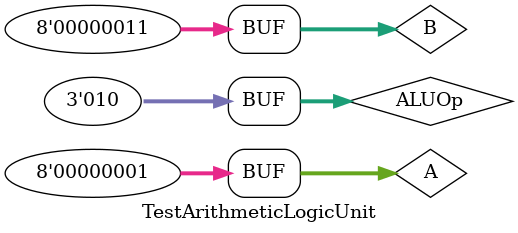
<source format=sv>
`timescale 1ns / 1ps


module TestArithmeticLogicUnit();

logic [7:0] A, B;
logic [2:0] ALUOp;
logic [7:0] ALUOut;

ArithmeticLogicUnit dut(A, B, ALUOp, ALUOut);

initial begin

A = 8'b01; B = 8'b00; ALUOp = 3'b101; #10;
A = 8'b01; B = 8'b00; ALUOp = 3'b010; #10;
A = 8'b01; B = 8'b01; ALUOp = 3'b101; #10;
A = 8'b01; B = 8'b01; ALUOp = 3'b010; #10;
A = 8'b01; B = 8'b11; ALUOp = 3'b101; #10;
A = 8'b01; B = 8'b11; ALUOp = 3'b010; #10;

end
endmodule

</source>
